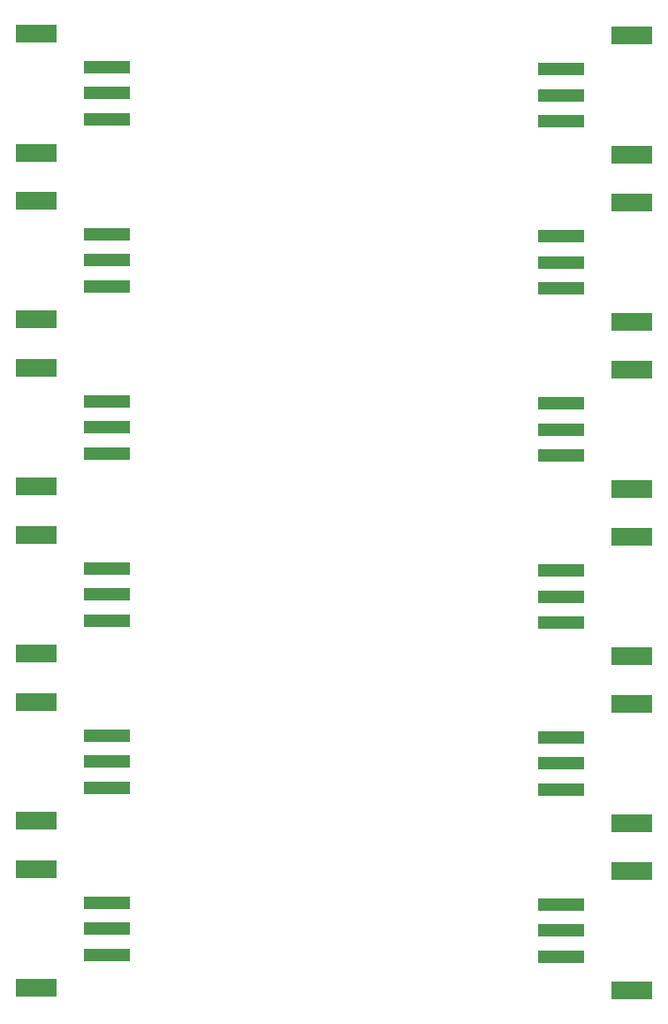
<source format=gbp>
G04*
G04 #@! TF.GenerationSoftware,Altium Limited,Altium Designer,20.1.12 (249)*
G04*
G04 Layer_Color=128*
%FSLAX25Y25*%
%MOIN*%
G70*
G04*
G04 #@! TF.SameCoordinates,880ED213-D7CF-42DA-8A1E-0FEEA66E8632*
G04*
G04*
G04 #@! TF.FilePolarity,Positive*
G04*
G01*
G75*
%ADD22R,0.15354X0.07087*%
%ADD23R,0.17717X0.05118*%
D22*
X240748Y3150D02*
D03*
Y48031D02*
D03*
X16091Y48825D02*
D03*
Y3943D02*
D03*
X240748Y66142D02*
D03*
Y111024D02*
D03*
X16091Y111817D02*
D03*
Y66935D02*
D03*
X240748Y129134D02*
D03*
Y174016D02*
D03*
X16091Y174809D02*
D03*
Y129928D02*
D03*
X240748Y192126D02*
D03*
Y237008D02*
D03*
X16091Y237802D02*
D03*
Y192920D02*
D03*
X240748Y255118D02*
D03*
Y300000D02*
D03*
X16091Y300794D02*
D03*
Y255912D02*
D03*
X240748Y318110D02*
D03*
Y362992D02*
D03*
X16091Y363786D02*
D03*
Y318904D02*
D03*
D23*
X213976Y15748D02*
D03*
Y35433D02*
D03*
Y25591D02*
D03*
X42862Y36227D02*
D03*
Y16542D02*
D03*
Y26384D02*
D03*
X213976Y78740D02*
D03*
Y98425D02*
D03*
Y88583D02*
D03*
X42862Y99219D02*
D03*
Y79534D02*
D03*
Y89376D02*
D03*
X213976Y141732D02*
D03*
Y161417D02*
D03*
Y151575D02*
D03*
X42862Y162211D02*
D03*
Y142526D02*
D03*
Y152368D02*
D03*
X213976Y204724D02*
D03*
Y224410D02*
D03*
Y214567D02*
D03*
X42862Y225203D02*
D03*
Y205518D02*
D03*
Y215361D02*
D03*
X213976Y267717D02*
D03*
Y287402D02*
D03*
Y277559D02*
D03*
X42862Y288195D02*
D03*
Y268510D02*
D03*
Y278353D02*
D03*
X213976Y330709D02*
D03*
Y350394D02*
D03*
Y340551D02*
D03*
X42862Y351187D02*
D03*
Y331502D02*
D03*
Y341345D02*
D03*
M02*

</source>
